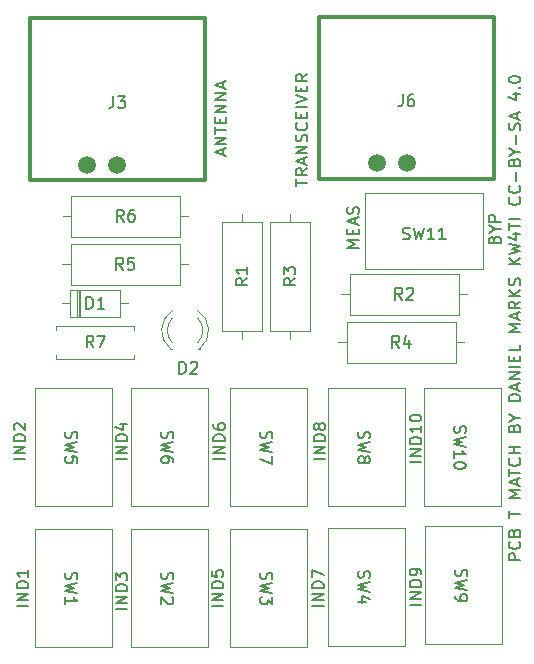
<source format=gbr>
%TF.GenerationSoftware,KiCad,Pcbnew,(6.0.11)*%
%TF.CreationDate,2023-05-02T21:30:37-05:00*%
%TF.ProjectId,TMatchPCB,544d6174-6368-4504-9342-2e6b69636164,rev?*%
%TF.SameCoordinates,Original*%
%TF.FileFunction,Legend,Top*%
%TF.FilePolarity,Positive*%
%FSLAX46Y46*%
G04 Gerber Fmt 4.6, Leading zero omitted, Abs format (unit mm)*
G04 Created by KiCad (PCBNEW (6.0.11)) date 2023-05-02 21:30:37*
%MOMM*%
%LPD*%
G01*
G04 APERTURE LIST*
%ADD10C,0.150000*%
%ADD11C,0.200000*%
%ADD12C,0.120000*%
%ADD13C,0.300000*%
%ADD14C,1.500000*%
G04 APERTURE END LIST*
D10*
X66460666Y-27071428D02*
X66460666Y-26595238D01*
X66746380Y-27166666D02*
X65746380Y-26833333D01*
X66746380Y-26500000D01*
X66746380Y-26166666D02*
X65746380Y-26166666D01*
X66746380Y-25595238D01*
X65746380Y-25595238D01*
X65746380Y-25261904D02*
X65746380Y-24690476D01*
X66746380Y-24976190D02*
X65746380Y-24976190D01*
X66222571Y-24357142D02*
X66222571Y-24023809D01*
X66746380Y-23880952D02*
X66746380Y-24357142D01*
X65746380Y-24357142D01*
X65746380Y-23880952D01*
X66746380Y-23452380D02*
X65746380Y-23452380D01*
X66746380Y-22880952D01*
X65746380Y-22880952D01*
X66746380Y-22404761D02*
X65746380Y-22404761D01*
X66746380Y-21833333D01*
X65746380Y-21833333D01*
X66460666Y-21404761D02*
X66460666Y-20928571D01*
X66746380Y-21500000D02*
X65746380Y-21166666D01*
X66746380Y-20833333D01*
X89428571Y-34217142D02*
X89476190Y-34074285D01*
X89523809Y-34026666D01*
X89619047Y-33979047D01*
X89761904Y-33979047D01*
X89857142Y-34026666D01*
X89904761Y-34074285D01*
X89952380Y-34169523D01*
X89952380Y-34550476D01*
X88952380Y-34550476D01*
X88952380Y-34217142D01*
X89000000Y-34121904D01*
X89047619Y-34074285D01*
X89142857Y-34026666D01*
X89238095Y-34026666D01*
X89333333Y-34074285D01*
X89380952Y-34121904D01*
X89428571Y-34217142D01*
X89428571Y-34550476D01*
X89476190Y-33360000D02*
X89952380Y-33360000D01*
X88952380Y-33693333D02*
X89476190Y-33360000D01*
X88952380Y-33026666D01*
X89952380Y-32693333D02*
X88952380Y-32693333D01*
X88952380Y-32312380D01*
X89000000Y-32217142D01*
X89047619Y-32169523D01*
X89142857Y-32121904D01*
X89285714Y-32121904D01*
X89380952Y-32169523D01*
X89428571Y-32217142D01*
X89476190Y-32312380D01*
X89476190Y-32693333D01*
X91638380Y-61370190D02*
X90638380Y-61370190D01*
X90638380Y-60989238D01*
X90686000Y-60893999D01*
X90733619Y-60846380D01*
X90828857Y-60798761D01*
X90971714Y-60798761D01*
X91066952Y-60846380D01*
X91114571Y-60893999D01*
X91162190Y-60989238D01*
X91162190Y-61370190D01*
X91543142Y-59798761D02*
X91590761Y-59846380D01*
X91638380Y-59989238D01*
X91638380Y-60084476D01*
X91590761Y-60227333D01*
X91495523Y-60322571D01*
X91400285Y-60370190D01*
X91209809Y-60417809D01*
X91066952Y-60417809D01*
X90876476Y-60370190D01*
X90781238Y-60322571D01*
X90686000Y-60227333D01*
X90638380Y-60084476D01*
X90638380Y-59989238D01*
X90686000Y-59846380D01*
X90733619Y-59798761D01*
X91114571Y-59036857D02*
X91162190Y-58893999D01*
X91209809Y-58846380D01*
X91305047Y-58798761D01*
X91447904Y-58798761D01*
X91543142Y-58846380D01*
X91590761Y-58893999D01*
X91638380Y-58989238D01*
X91638380Y-59370190D01*
X90638380Y-59370190D01*
X90638380Y-59036857D01*
X90686000Y-58941619D01*
X90733619Y-58893999D01*
X90828857Y-58846380D01*
X90924095Y-58846380D01*
X91019333Y-58893999D01*
X91066952Y-58941619D01*
X91114571Y-59036857D01*
X91114571Y-59370190D01*
X90638380Y-57751142D02*
X90638380Y-57179714D01*
X91638380Y-57465428D02*
X90638380Y-57465428D01*
X91638380Y-56084476D02*
X90638380Y-56084476D01*
X91352666Y-55751142D01*
X90638380Y-55417809D01*
X91638380Y-55417809D01*
X91352666Y-54989238D02*
X91352666Y-54513047D01*
X91638380Y-55084476D02*
X90638380Y-54751142D01*
X91638380Y-54417809D01*
X90638380Y-54227333D02*
X90638380Y-53655904D01*
X91638380Y-53941619D02*
X90638380Y-53941619D01*
X91543142Y-52751142D02*
X91590761Y-52798761D01*
X91638380Y-52941619D01*
X91638380Y-53036857D01*
X91590761Y-53179714D01*
X91495523Y-53274952D01*
X91400285Y-53322571D01*
X91209809Y-53370190D01*
X91066952Y-53370190D01*
X90876476Y-53322571D01*
X90781238Y-53274952D01*
X90686000Y-53179714D01*
X90638380Y-53036857D01*
X90638380Y-52941619D01*
X90686000Y-52798761D01*
X90733619Y-52751142D01*
X91638380Y-52322571D02*
X90638380Y-52322571D01*
X91114571Y-52322571D02*
X91114571Y-51751142D01*
X91638380Y-51751142D02*
X90638380Y-51751142D01*
X91114571Y-50179714D02*
X91162190Y-50036857D01*
X91209809Y-49989238D01*
X91305047Y-49941619D01*
X91447904Y-49941619D01*
X91543142Y-49989238D01*
X91590761Y-50036857D01*
X91638380Y-50132095D01*
X91638380Y-50513047D01*
X90638380Y-50513047D01*
X90638380Y-50179714D01*
X90686000Y-50084476D01*
X90733619Y-50036857D01*
X90828857Y-49989238D01*
X90924095Y-49989238D01*
X91019333Y-50036857D01*
X91066952Y-50084476D01*
X91114571Y-50179714D01*
X91114571Y-50513047D01*
X91162190Y-49322571D02*
X91638380Y-49322571D01*
X90638380Y-49655904D02*
X91162190Y-49322571D01*
X90638380Y-48989238D01*
X91638380Y-47893999D02*
X90638380Y-47893999D01*
X90638380Y-47655904D01*
X90686000Y-47513047D01*
X90781238Y-47417809D01*
X90876476Y-47370190D01*
X91066952Y-47322571D01*
X91209809Y-47322571D01*
X91400285Y-47370190D01*
X91495523Y-47417809D01*
X91590761Y-47513047D01*
X91638380Y-47655904D01*
X91638380Y-47893999D01*
X91352666Y-46941619D02*
X91352666Y-46465428D01*
X91638380Y-47036857D02*
X90638380Y-46703523D01*
X91638380Y-46370190D01*
X91638380Y-46036857D02*
X90638380Y-46036857D01*
X91638380Y-45465428D01*
X90638380Y-45465428D01*
X91638380Y-44989238D02*
X90638380Y-44989238D01*
X91114571Y-44513047D02*
X91114571Y-44179714D01*
X91638380Y-44036857D02*
X91638380Y-44513047D01*
X90638380Y-44513047D01*
X90638380Y-44036857D01*
X91638380Y-43132095D02*
X91638380Y-43608285D01*
X90638380Y-43608285D01*
X91638380Y-42036857D02*
X90638380Y-42036857D01*
X91352666Y-41703523D01*
X90638380Y-41370190D01*
X91638380Y-41370190D01*
X91352666Y-40941619D02*
X91352666Y-40465428D01*
X91638380Y-41036857D02*
X90638380Y-40703523D01*
X91638380Y-40370190D01*
X91638380Y-39465428D02*
X91162190Y-39798761D01*
X91638380Y-40036857D02*
X90638380Y-40036857D01*
X90638380Y-39655904D01*
X90686000Y-39560666D01*
X90733619Y-39513047D01*
X90828857Y-39465428D01*
X90971714Y-39465428D01*
X91066952Y-39513047D01*
X91114571Y-39560666D01*
X91162190Y-39655904D01*
X91162190Y-40036857D01*
X91638380Y-39036857D02*
X90638380Y-39036857D01*
X91638380Y-38465428D02*
X91066952Y-38894000D01*
X90638380Y-38465428D02*
X91209809Y-39036857D01*
X91590761Y-38084476D02*
X91638380Y-37941619D01*
X91638380Y-37703523D01*
X91590761Y-37608285D01*
X91543142Y-37560666D01*
X91447904Y-37513047D01*
X91352666Y-37513047D01*
X91257428Y-37560666D01*
X91209809Y-37608285D01*
X91162190Y-37703523D01*
X91114571Y-37894000D01*
X91066952Y-37989238D01*
X91019333Y-38036857D01*
X90924095Y-38084476D01*
X90828857Y-38084476D01*
X90733619Y-38036857D01*
X90686000Y-37989238D01*
X90638380Y-37894000D01*
X90638380Y-37655904D01*
X90686000Y-37513047D01*
X91638380Y-36322571D02*
X90638380Y-36322571D01*
X91638380Y-35751142D02*
X91066952Y-36179714D01*
X90638380Y-35751142D02*
X91209809Y-36322571D01*
X90638380Y-35417809D02*
X91638380Y-35179714D01*
X90924095Y-34989238D01*
X91638380Y-34798761D01*
X90638380Y-34560666D01*
X90971714Y-33751142D02*
X91638380Y-33751142D01*
X90590761Y-33989238D02*
X91305047Y-34227333D01*
X91305047Y-33608285D01*
X90638380Y-33370190D02*
X90638380Y-32798761D01*
X91638380Y-33084476D02*
X90638380Y-33084476D01*
X91638380Y-32465428D02*
X90638380Y-32465428D01*
X91543142Y-30655904D02*
X91590761Y-30703523D01*
X91638380Y-30846380D01*
X91638380Y-30941619D01*
X91590761Y-31084476D01*
X91495523Y-31179714D01*
X91400285Y-31227333D01*
X91209809Y-31274952D01*
X91066952Y-31274952D01*
X90876476Y-31227333D01*
X90781238Y-31179714D01*
X90686000Y-31084476D01*
X90638380Y-30941619D01*
X90638380Y-30846380D01*
X90686000Y-30703523D01*
X90733619Y-30655904D01*
X91543142Y-29655904D02*
X91590761Y-29703523D01*
X91638380Y-29846380D01*
X91638380Y-29941619D01*
X91590761Y-30084476D01*
X91495523Y-30179714D01*
X91400285Y-30227333D01*
X91209809Y-30274952D01*
X91066952Y-30274952D01*
X90876476Y-30227333D01*
X90781238Y-30179714D01*
X90686000Y-30084476D01*
X90638380Y-29941619D01*
X90638380Y-29846380D01*
X90686000Y-29703523D01*
X90733619Y-29655904D01*
X91257428Y-29227333D02*
X91257428Y-28465428D01*
X91114571Y-27655904D02*
X91162190Y-27513047D01*
X91209809Y-27465428D01*
X91305047Y-27417809D01*
X91447904Y-27417809D01*
X91543142Y-27465428D01*
X91590761Y-27513047D01*
X91638380Y-27608285D01*
X91638380Y-27989238D01*
X90638380Y-27989238D01*
X90638380Y-27655904D01*
X90686000Y-27560666D01*
X90733619Y-27513047D01*
X90828857Y-27465428D01*
X90924095Y-27465428D01*
X91019333Y-27513047D01*
X91066952Y-27560666D01*
X91114571Y-27655904D01*
X91114571Y-27989238D01*
X91162190Y-26798761D02*
X91638380Y-26798761D01*
X90638380Y-27132095D02*
X91162190Y-26798761D01*
X90638380Y-26465428D01*
X91257428Y-26132095D02*
X91257428Y-25370190D01*
X91590761Y-24941619D02*
X91638380Y-24798761D01*
X91638380Y-24560666D01*
X91590761Y-24465428D01*
X91543142Y-24417809D01*
X91447904Y-24370190D01*
X91352666Y-24370190D01*
X91257428Y-24417809D01*
X91209809Y-24465428D01*
X91162190Y-24560666D01*
X91114571Y-24751142D01*
X91066952Y-24846380D01*
X91019333Y-24894000D01*
X90924095Y-24941619D01*
X90828857Y-24941619D01*
X90733619Y-24894000D01*
X90686000Y-24846380D01*
X90638380Y-24751142D01*
X90638380Y-24513047D01*
X90686000Y-24370190D01*
X91352666Y-23989238D02*
X91352666Y-23513047D01*
X91638380Y-24084476D02*
X90638380Y-23751142D01*
X91638380Y-23417809D01*
X90971714Y-21894000D02*
X91638380Y-21894000D01*
X90590761Y-22132095D02*
X91305047Y-22370190D01*
X91305047Y-21751142D01*
X91543142Y-21370190D02*
X91590761Y-21322571D01*
X91638380Y-21370190D01*
X91590761Y-21417809D01*
X91543142Y-21370190D01*
X91638380Y-21370190D01*
X90638380Y-20703523D02*
X90638380Y-20608285D01*
X90686000Y-20513047D01*
X90733619Y-20465428D01*
X90828857Y-20417809D01*
X91019333Y-20370190D01*
X91257428Y-20370190D01*
X91447904Y-20417809D01*
X91543142Y-20465428D01*
X91590761Y-20513047D01*
X91638380Y-20608285D01*
X91638380Y-20703523D01*
X91590761Y-20798761D01*
X91543142Y-20846380D01*
X91447904Y-20893999D01*
X91257428Y-20941619D01*
X91019333Y-20941619D01*
X90828857Y-20893999D01*
X90733619Y-20846380D01*
X90686000Y-20798761D01*
X90638380Y-20703523D01*
X49728380Y-52808000D02*
X48728380Y-52808000D01*
X49728380Y-52331809D02*
X48728380Y-52331809D01*
X49728380Y-51760380D01*
X48728380Y-51760380D01*
X49728380Y-51284190D02*
X48728380Y-51284190D01*
X48728380Y-51046095D01*
X48776000Y-50903238D01*
X48871238Y-50808000D01*
X48966476Y-50760380D01*
X49156952Y-50712761D01*
X49299809Y-50712761D01*
X49490285Y-50760380D01*
X49585523Y-50808000D01*
X49680761Y-50903238D01*
X49728380Y-51046095D01*
X49728380Y-51284190D01*
X48823619Y-50331809D02*
X48776000Y-50284190D01*
X48728380Y-50188952D01*
X48728380Y-49950857D01*
X48776000Y-49855619D01*
X48823619Y-49808000D01*
X48918857Y-49760380D01*
X49014095Y-49760380D01*
X49156952Y-49808000D01*
X49728380Y-50379428D01*
X49728380Y-49760380D01*
X66492380Y-65254000D02*
X65492380Y-65254000D01*
X66492380Y-64777809D02*
X65492380Y-64777809D01*
X66492380Y-64206380D01*
X65492380Y-64206380D01*
X66492380Y-63730190D02*
X65492380Y-63730190D01*
X65492380Y-63492095D01*
X65540000Y-63349238D01*
X65635238Y-63254000D01*
X65730476Y-63206380D01*
X65920952Y-63158761D01*
X66063809Y-63158761D01*
X66254285Y-63206380D01*
X66349523Y-63254000D01*
X66444761Y-63349238D01*
X66492380Y-63492095D01*
X66492380Y-63730190D01*
X65492380Y-62254000D02*
X65492380Y-62730190D01*
X65968571Y-62777809D01*
X65920952Y-62730190D01*
X65873333Y-62634952D01*
X65873333Y-62396857D01*
X65920952Y-62301619D01*
X65968571Y-62254000D01*
X66063809Y-62206380D01*
X66301904Y-62206380D01*
X66397142Y-62254000D01*
X66444761Y-62301619D01*
X66492380Y-62396857D01*
X66492380Y-62634952D01*
X66444761Y-62730190D01*
X66397142Y-62777809D01*
X83256380Y-65127000D02*
X82256380Y-65127000D01*
X83256380Y-64650809D02*
X82256380Y-64650809D01*
X83256380Y-64079380D01*
X82256380Y-64079380D01*
X83256380Y-63603190D02*
X82256380Y-63603190D01*
X82256380Y-63365095D01*
X82304000Y-63222238D01*
X82399238Y-63127000D01*
X82494476Y-63079380D01*
X82684952Y-63031761D01*
X82827809Y-63031761D01*
X83018285Y-63079380D01*
X83113523Y-63127000D01*
X83208761Y-63222238D01*
X83256380Y-63365095D01*
X83256380Y-63603190D01*
X83256380Y-62555571D02*
X83256380Y-62365095D01*
X83208761Y-62269857D01*
X83161142Y-62222238D01*
X83018285Y-62127000D01*
X82827809Y-62079380D01*
X82446857Y-62079380D01*
X82351619Y-62127000D01*
X82304000Y-62174619D01*
X82256380Y-62269857D01*
X82256380Y-62460333D01*
X82304000Y-62555571D01*
X82351619Y-62603190D01*
X82446857Y-62650809D01*
X82684952Y-62650809D01*
X82780190Y-62603190D01*
X82827809Y-62555571D01*
X82875428Y-62460333D01*
X82875428Y-62269857D01*
X82827809Y-62174619D01*
X82780190Y-62127000D01*
X82684952Y-62079380D01*
X58364380Y-65508000D02*
X57364380Y-65508000D01*
X58364380Y-65031809D02*
X57364380Y-65031809D01*
X58364380Y-64460380D01*
X57364380Y-64460380D01*
X58364380Y-63984190D02*
X57364380Y-63984190D01*
X57364380Y-63746095D01*
X57412000Y-63603238D01*
X57507238Y-63508000D01*
X57602476Y-63460380D01*
X57792952Y-63412761D01*
X57935809Y-63412761D01*
X58126285Y-63460380D01*
X58221523Y-63508000D01*
X58316761Y-63603238D01*
X58364380Y-63746095D01*
X58364380Y-63984190D01*
X57364380Y-63079428D02*
X57364380Y-62460380D01*
X57745333Y-62793714D01*
X57745333Y-62650857D01*
X57792952Y-62555619D01*
X57840571Y-62508000D01*
X57935809Y-62460380D01*
X58173904Y-62460380D01*
X58269142Y-62508000D01*
X58316761Y-62555619D01*
X58364380Y-62650857D01*
X58364380Y-62936571D01*
X58316761Y-63031809D01*
X58269142Y-63079428D01*
X58364380Y-52808000D02*
X57364380Y-52808000D01*
X58364380Y-52331809D02*
X57364380Y-52331809D01*
X58364380Y-51760380D01*
X57364380Y-51760380D01*
X58364380Y-51284190D02*
X57364380Y-51284190D01*
X57364380Y-51046095D01*
X57412000Y-50903238D01*
X57507238Y-50808000D01*
X57602476Y-50760380D01*
X57792952Y-50712761D01*
X57935809Y-50712761D01*
X58126285Y-50760380D01*
X58221523Y-50808000D01*
X58316761Y-50903238D01*
X58364380Y-51046095D01*
X58364380Y-51284190D01*
X57697714Y-49855619D02*
X58364380Y-49855619D01*
X57316761Y-50093714D02*
X58031047Y-50331809D01*
X58031047Y-49712761D01*
X75128380Y-52808000D02*
X74128380Y-52808000D01*
X75128380Y-52331809D02*
X74128380Y-52331809D01*
X75128380Y-51760380D01*
X74128380Y-51760380D01*
X75128380Y-51284190D02*
X74128380Y-51284190D01*
X74128380Y-51046095D01*
X74176000Y-50903238D01*
X74271238Y-50808000D01*
X74366476Y-50760380D01*
X74556952Y-50712761D01*
X74699809Y-50712761D01*
X74890285Y-50760380D01*
X74985523Y-50808000D01*
X75080761Y-50903238D01*
X75128380Y-51046095D01*
X75128380Y-51284190D01*
X74556952Y-50141333D02*
X74509333Y-50236571D01*
X74461714Y-50284190D01*
X74366476Y-50331809D01*
X74318857Y-50331809D01*
X74223619Y-50284190D01*
X74176000Y-50236571D01*
X74128380Y-50141333D01*
X74128380Y-49950857D01*
X74176000Y-49855619D01*
X74223619Y-49808000D01*
X74318857Y-49760380D01*
X74366476Y-49760380D01*
X74461714Y-49808000D01*
X74509333Y-49855619D01*
X74556952Y-49950857D01*
X74556952Y-50141333D01*
X74604571Y-50236571D01*
X74652190Y-50284190D01*
X74747428Y-50331809D01*
X74937904Y-50331809D01*
X75033142Y-50284190D01*
X75080761Y-50236571D01*
X75128380Y-50141333D01*
X75128380Y-49950857D01*
X75080761Y-49855619D01*
X75033142Y-49808000D01*
X74937904Y-49760380D01*
X74747428Y-49760380D01*
X74652190Y-49808000D01*
X74604571Y-49855619D01*
X74556952Y-49950857D01*
X66619380Y-52808000D02*
X65619380Y-52808000D01*
X66619380Y-52331809D02*
X65619380Y-52331809D01*
X66619380Y-51760380D01*
X65619380Y-51760380D01*
X66619380Y-51284190D02*
X65619380Y-51284190D01*
X65619380Y-51046095D01*
X65667000Y-50903238D01*
X65762238Y-50808000D01*
X65857476Y-50760380D01*
X66047952Y-50712761D01*
X66190809Y-50712761D01*
X66381285Y-50760380D01*
X66476523Y-50808000D01*
X66571761Y-50903238D01*
X66619380Y-51046095D01*
X66619380Y-51284190D01*
X65619380Y-49855619D02*
X65619380Y-50046095D01*
X65667000Y-50141333D01*
X65714619Y-50188952D01*
X65857476Y-50284190D01*
X66047952Y-50331809D01*
X66428904Y-50331809D01*
X66524142Y-50284190D01*
X66571761Y-50236571D01*
X66619380Y-50141333D01*
X66619380Y-49950857D01*
X66571761Y-49855619D01*
X66524142Y-49808000D01*
X66428904Y-49760380D01*
X66190809Y-49760380D01*
X66095571Y-49808000D01*
X66047952Y-49855619D01*
X66000333Y-49950857D01*
X66000333Y-50141333D01*
X66047952Y-50236571D01*
X66095571Y-50284190D01*
X66190809Y-50331809D01*
X49982380Y-65254000D02*
X48982380Y-65254000D01*
X49982380Y-64777809D02*
X48982380Y-64777809D01*
X49982380Y-64206380D01*
X48982380Y-64206380D01*
X49982380Y-63730190D02*
X48982380Y-63730190D01*
X48982380Y-63492095D01*
X49030000Y-63349238D01*
X49125238Y-63254000D01*
X49220476Y-63206380D01*
X49410952Y-63158761D01*
X49553809Y-63158761D01*
X49744285Y-63206380D01*
X49839523Y-63254000D01*
X49934761Y-63349238D01*
X49982380Y-63492095D01*
X49982380Y-63730190D01*
X49982380Y-62206380D02*
X49982380Y-62777809D01*
X49982380Y-62492095D02*
X48982380Y-62492095D01*
X49125238Y-62587333D01*
X49220476Y-62682571D01*
X49268095Y-62777809D01*
X83256380Y-53030190D02*
X82256380Y-53030190D01*
X83256380Y-52554000D02*
X82256380Y-52554000D01*
X83256380Y-51982571D01*
X82256380Y-51982571D01*
X83256380Y-51506380D02*
X82256380Y-51506380D01*
X82256380Y-51268285D01*
X82304000Y-51125428D01*
X82399238Y-51030190D01*
X82494476Y-50982571D01*
X82684952Y-50934952D01*
X82827809Y-50934952D01*
X83018285Y-50982571D01*
X83113523Y-51030190D01*
X83208761Y-51125428D01*
X83256380Y-51268285D01*
X83256380Y-51506380D01*
X83256380Y-49982571D02*
X83256380Y-50554000D01*
X83256380Y-50268285D02*
X82256380Y-50268285D01*
X82399238Y-50363523D01*
X82494476Y-50458761D01*
X82542095Y-50554000D01*
X82256380Y-49363523D02*
X82256380Y-49268285D01*
X82304000Y-49173047D01*
X82351619Y-49125428D01*
X82446857Y-49077809D01*
X82637333Y-49030190D01*
X82875428Y-49030190D01*
X83065904Y-49077809D01*
X83161142Y-49125428D01*
X83208761Y-49173047D01*
X83256380Y-49268285D01*
X83256380Y-49363523D01*
X83208761Y-49458761D01*
X83161142Y-49506380D01*
X83065904Y-49554000D01*
X82875428Y-49601619D01*
X82637333Y-49601619D01*
X82446857Y-49554000D01*
X82351619Y-49506380D01*
X82304000Y-49458761D01*
X82256380Y-49363523D01*
X75001380Y-65254000D02*
X74001380Y-65254000D01*
X75001380Y-64777809D02*
X74001380Y-64777809D01*
X75001380Y-64206380D01*
X74001380Y-64206380D01*
X75001380Y-63730190D02*
X74001380Y-63730190D01*
X74001380Y-63492095D01*
X74049000Y-63349238D01*
X74144238Y-63254000D01*
X74239476Y-63206380D01*
X74429952Y-63158761D01*
X74572809Y-63158761D01*
X74763285Y-63206380D01*
X74858523Y-63254000D01*
X74953761Y-63349238D01*
X75001380Y-63492095D01*
X75001380Y-63730190D01*
X74001380Y-62825428D02*
X74001380Y-62158761D01*
X75001380Y-62587333D01*
X77952380Y-34910476D02*
X76952380Y-34910476D01*
X77666666Y-34577142D01*
X76952380Y-34243809D01*
X77952380Y-34243809D01*
X77428571Y-33767619D02*
X77428571Y-33434285D01*
X77952380Y-33291428D02*
X77952380Y-33767619D01*
X76952380Y-33767619D01*
X76952380Y-33291428D01*
X77666666Y-32910476D02*
X77666666Y-32434285D01*
X77952380Y-33005714D02*
X76952380Y-32672380D01*
X77952380Y-32339047D01*
X77904761Y-32053333D02*
X77952380Y-31910476D01*
X77952380Y-31672380D01*
X77904761Y-31577142D01*
X77857142Y-31529523D01*
X77761904Y-31481904D01*
X77666666Y-31481904D01*
X77571428Y-31529523D01*
X77523809Y-31577142D01*
X77476190Y-31672380D01*
X77428571Y-31862857D01*
X77380952Y-31958095D01*
X77333333Y-32005714D01*
X77238095Y-32053333D01*
X77142857Y-32053333D01*
X77047619Y-32005714D01*
X77000000Y-31958095D01*
X76952380Y-31862857D01*
X76952380Y-31624761D01*
X77000000Y-31481904D01*
X72604380Y-29677714D02*
X72604380Y-29106285D01*
X73604380Y-29392000D02*
X72604380Y-29392000D01*
X73604380Y-28201523D02*
X73128190Y-28534857D01*
X73604380Y-28772952D02*
X72604380Y-28772952D01*
X72604380Y-28392000D01*
X72652000Y-28296761D01*
X72699619Y-28249142D01*
X72794857Y-28201523D01*
X72937714Y-28201523D01*
X73032952Y-28249142D01*
X73080571Y-28296761D01*
X73128190Y-28392000D01*
X73128190Y-28772952D01*
X73318666Y-27820571D02*
X73318666Y-27344380D01*
X73604380Y-27915809D02*
X72604380Y-27582476D01*
X73604380Y-27249142D01*
X73604380Y-26915809D02*
X72604380Y-26915809D01*
X73604380Y-26344380D01*
X72604380Y-26344380D01*
X73556761Y-25915809D02*
X73604380Y-25772952D01*
X73604380Y-25534857D01*
X73556761Y-25439619D01*
X73509142Y-25392000D01*
X73413904Y-25344380D01*
X73318666Y-25344380D01*
X73223428Y-25392000D01*
X73175809Y-25439619D01*
X73128190Y-25534857D01*
X73080571Y-25725333D01*
X73032952Y-25820571D01*
X72985333Y-25868190D01*
X72890095Y-25915809D01*
X72794857Y-25915809D01*
X72699619Y-25868190D01*
X72652000Y-25820571D01*
X72604380Y-25725333D01*
X72604380Y-25487238D01*
X72652000Y-25344380D01*
X73509142Y-24344380D02*
X73556761Y-24392000D01*
X73604380Y-24534857D01*
X73604380Y-24630095D01*
X73556761Y-24772952D01*
X73461523Y-24868190D01*
X73366285Y-24915809D01*
X73175809Y-24963428D01*
X73032952Y-24963428D01*
X72842476Y-24915809D01*
X72747238Y-24868190D01*
X72652000Y-24772952D01*
X72604380Y-24630095D01*
X72604380Y-24534857D01*
X72652000Y-24392000D01*
X72699619Y-24344380D01*
X73080571Y-23915809D02*
X73080571Y-23582476D01*
X73604380Y-23439619D02*
X73604380Y-23915809D01*
X72604380Y-23915809D01*
X72604380Y-23439619D01*
X73604380Y-23011047D02*
X72604380Y-23011047D01*
X72604380Y-22677714D02*
X73604380Y-22344380D01*
X72604380Y-22011047D01*
X73080571Y-21677714D02*
X73080571Y-21344380D01*
X73604380Y-21201523D02*
X73604380Y-21677714D01*
X72604380Y-21677714D01*
X72604380Y-21201523D01*
X73604380Y-20201523D02*
X73128190Y-20534857D01*
X73604380Y-20772952D02*
X72604380Y-20772952D01*
X72604380Y-20392000D01*
X72652000Y-20296761D01*
X72699619Y-20249142D01*
X72794857Y-20201523D01*
X72937714Y-20201523D01*
X73032952Y-20249142D01*
X73080571Y-20296761D01*
X73128190Y-20392000D01*
X73128190Y-20772952D01*
%TO.C,R2*%
X81621333Y-39314380D02*
X81288000Y-38838190D01*
X81049904Y-39314380D02*
X81049904Y-38314380D01*
X81430857Y-38314380D01*
X81526095Y-38362000D01*
X81573714Y-38409619D01*
X81621333Y-38504857D01*
X81621333Y-38647714D01*
X81573714Y-38742952D01*
X81526095Y-38790571D01*
X81430857Y-38838190D01*
X81049904Y-38838190D01*
X82002285Y-38409619D02*
X82049904Y-38362000D01*
X82145142Y-38314380D01*
X82383238Y-38314380D01*
X82478476Y-38362000D01*
X82526095Y-38409619D01*
X82573714Y-38504857D01*
X82573714Y-38600095D01*
X82526095Y-38742952D01*
X81954666Y-39314380D01*
X82573714Y-39314380D01*
%TO.C,R1*%
X68524380Y-37504666D02*
X68048190Y-37838000D01*
X68524380Y-38076095D02*
X67524380Y-38076095D01*
X67524380Y-37695142D01*
X67572000Y-37599904D01*
X67619619Y-37552285D01*
X67714857Y-37504666D01*
X67857714Y-37504666D01*
X67952952Y-37552285D01*
X68000571Y-37599904D01*
X68048190Y-37695142D01*
X68048190Y-38076095D01*
X68524380Y-36552285D02*
X68524380Y-37123714D01*
X68524380Y-36838000D02*
X67524380Y-36838000D01*
X67667238Y-36933238D01*
X67762476Y-37028476D01*
X67810095Y-37123714D01*
%TO.C,R6*%
X58043333Y-32692380D02*
X57710000Y-32216190D01*
X57471904Y-32692380D02*
X57471904Y-31692380D01*
X57852857Y-31692380D01*
X57948095Y-31740000D01*
X57995714Y-31787619D01*
X58043333Y-31882857D01*
X58043333Y-32025714D01*
X57995714Y-32120952D01*
X57948095Y-32168571D01*
X57852857Y-32216190D01*
X57471904Y-32216190D01*
X58900476Y-31692380D02*
X58710000Y-31692380D01*
X58614761Y-31740000D01*
X58567142Y-31787619D01*
X58471904Y-31930476D01*
X58424285Y-32120952D01*
X58424285Y-32501904D01*
X58471904Y-32597142D01*
X58519523Y-32644761D01*
X58614761Y-32692380D01*
X58805238Y-32692380D01*
X58900476Y-32644761D01*
X58948095Y-32597142D01*
X58995714Y-32501904D01*
X58995714Y-32263809D01*
X58948095Y-32168571D01*
X58900476Y-32120952D01*
X58805238Y-32073333D01*
X58614761Y-32073333D01*
X58519523Y-32120952D01*
X58471904Y-32168571D01*
X58424285Y-32263809D01*
%TO.C,SW3*%
X69675238Y-62420666D02*
X69627619Y-62563523D01*
X69627619Y-62801619D01*
X69675238Y-62896857D01*
X69722857Y-62944476D01*
X69818095Y-62992095D01*
X69913333Y-62992095D01*
X70008571Y-62944476D01*
X70056190Y-62896857D01*
X70103809Y-62801619D01*
X70151428Y-62611142D01*
X70199047Y-62515904D01*
X70246666Y-62468285D01*
X70341904Y-62420666D01*
X70437142Y-62420666D01*
X70532380Y-62468285D01*
X70580000Y-62515904D01*
X70627619Y-62611142D01*
X70627619Y-62849238D01*
X70580000Y-62992095D01*
X70627619Y-63325428D02*
X69627619Y-63563523D01*
X70341904Y-63754000D01*
X69627619Y-63944476D01*
X70627619Y-64182571D01*
X70627619Y-64468285D02*
X70627619Y-65087333D01*
X70246666Y-64754000D01*
X70246666Y-64896857D01*
X70199047Y-64992095D01*
X70151428Y-65039714D01*
X70056190Y-65087333D01*
X69818095Y-65087333D01*
X69722857Y-65039714D01*
X69675238Y-64992095D01*
X69627619Y-64896857D01*
X69627619Y-64611142D01*
X69675238Y-64515904D01*
X69722857Y-64468285D01*
D11*
%TO.C,J3*%
X57166666Y-22064380D02*
X57166666Y-22778666D01*
X57119047Y-22921523D01*
X57023809Y-23016761D01*
X56880952Y-23064380D01*
X56785714Y-23064380D01*
X57547619Y-22064380D02*
X58166666Y-22064380D01*
X57833333Y-22445333D01*
X57976190Y-22445333D01*
X58071428Y-22492952D01*
X58119047Y-22540571D01*
X58166666Y-22635809D01*
X58166666Y-22873904D01*
X58119047Y-22969142D01*
X58071428Y-23016761D01*
X57976190Y-23064380D01*
X57690476Y-23064380D01*
X57595238Y-23016761D01*
X57547619Y-22969142D01*
D10*
%TO.C,SW11*%
X81690476Y-34154761D02*
X81833333Y-34202380D01*
X82071428Y-34202380D01*
X82166666Y-34154761D01*
X82214285Y-34107142D01*
X82261904Y-34011904D01*
X82261904Y-33916666D01*
X82214285Y-33821428D01*
X82166666Y-33773809D01*
X82071428Y-33726190D01*
X81880952Y-33678571D01*
X81785714Y-33630952D01*
X81738095Y-33583333D01*
X81690476Y-33488095D01*
X81690476Y-33392857D01*
X81738095Y-33297619D01*
X81785714Y-33250000D01*
X81880952Y-33202380D01*
X82119047Y-33202380D01*
X82261904Y-33250000D01*
X82595238Y-33202380D02*
X82833333Y-34202380D01*
X83023809Y-33488095D01*
X83214285Y-34202380D01*
X83452380Y-33202380D01*
X84357142Y-34202380D02*
X83785714Y-34202380D01*
X84071428Y-34202380D02*
X84071428Y-33202380D01*
X83976190Y-33345238D01*
X83880952Y-33440476D01*
X83785714Y-33488095D01*
X85309523Y-34202380D02*
X84738095Y-34202380D01*
X85023809Y-34202380D02*
X85023809Y-33202380D01*
X84928571Y-33345238D01*
X84833333Y-33440476D01*
X84738095Y-33488095D01*
%TO.C,SW10*%
X86058238Y-50006476D02*
X86010619Y-50149333D01*
X86010619Y-50387428D01*
X86058238Y-50482666D01*
X86105857Y-50530285D01*
X86201095Y-50577904D01*
X86296333Y-50577904D01*
X86391571Y-50530285D01*
X86439190Y-50482666D01*
X86486809Y-50387428D01*
X86534428Y-50196952D01*
X86582047Y-50101714D01*
X86629666Y-50054095D01*
X86724904Y-50006476D01*
X86820142Y-50006476D01*
X86915380Y-50054095D01*
X86963000Y-50101714D01*
X87010619Y-50196952D01*
X87010619Y-50435047D01*
X86963000Y-50577904D01*
X87010619Y-50911238D02*
X86010619Y-51149333D01*
X86724904Y-51339809D01*
X86010619Y-51530285D01*
X87010619Y-51768380D01*
X86010619Y-52673142D02*
X86010619Y-52101714D01*
X86010619Y-52387428D02*
X87010619Y-52387428D01*
X86867761Y-52292190D01*
X86772523Y-52196952D01*
X86724904Y-52101714D01*
X87010619Y-53292190D02*
X87010619Y-53387428D01*
X86963000Y-53482666D01*
X86915380Y-53530285D01*
X86820142Y-53577904D01*
X86629666Y-53625523D01*
X86391571Y-53625523D01*
X86201095Y-53577904D01*
X86105857Y-53530285D01*
X86058238Y-53482666D01*
X86010619Y-53387428D01*
X86010619Y-53292190D01*
X86058238Y-53196952D01*
X86105857Y-53149333D01*
X86201095Y-53101714D01*
X86391571Y-53054095D01*
X86629666Y-53054095D01*
X86820142Y-53101714D01*
X86915380Y-53149333D01*
X86963000Y-53196952D01*
X87010619Y-53292190D01*
%TO.C,SW8*%
X77930238Y-50482666D02*
X77882619Y-50625523D01*
X77882619Y-50863619D01*
X77930238Y-50958857D01*
X77977857Y-51006476D01*
X78073095Y-51054095D01*
X78168333Y-51054095D01*
X78263571Y-51006476D01*
X78311190Y-50958857D01*
X78358809Y-50863619D01*
X78406428Y-50673142D01*
X78454047Y-50577904D01*
X78501666Y-50530285D01*
X78596904Y-50482666D01*
X78692142Y-50482666D01*
X78787380Y-50530285D01*
X78835000Y-50577904D01*
X78882619Y-50673142D01*
X78882619Y-50911238D01*
X78835000Y-51054095D01*
X78882619Y-51387428D02*
X77882619Y-51625523D01*
X78596904Y-51816000D01*
X77882619Y-52006476D01*
X78882619Y-52244571D01*
X78454047Y-52768380D02*
X78501666Y-52673142D01*
X78549285Y-52625523D01*
X78644523Y-52577904D01*
X78692142Y-52577904D01*
X78787380Y-52625523D01*
X78835000Y-52673142D01*
X78882619Y-52768380D01*
X78882619Y-52958857D01*
X78835000Y-53054095D01*
X78787380Y-53101714D01*
X78692142Y-53149333D01*
X78644523Y-53149333D01*
X78549285Y-53101714D01*
X78501666Y-53054095D01*
X78454047Y-52958857D01*
X78454047Y-52768380D01*
X78406428Y-52673142D01*
X78358809Y-52625523D01*
X78263571Y-52577904D01*
X78073095Y-52577904D01*
X77977857Y-52625523D01*
X77930238Y-52673142D01*
X77882619Y-52768380D01*
X77882619Y-52958857D01*
X77930238Y-53054095D01*
X77977857Y-53101714D01*
X78073095Y-53149333D01*
X78263571Y-53149333D01*
X78358809Y-53101714D01*
X78406428Y-53054095D01*
X78454047Y-52958857D01*
%TO.C,SW2*%
X61293238Y-62420666D02*
X61245619Y-62563523D01*
X61245619Y-62801619D01*
X61293238Y-62896857D01*
X61340857Y-62944476D01*
X61436095Y-62992095D01*
X61531333Y-62992095D01*
X61626571Y-62944476D01*
X61674190Y-62896857D01*
X61721809Y-62801619D01*
X61769428Y-62611142D01*
X61817047Y-62515904D01*
X61864666Y-62468285D01*
X61959904Y-62420666D01*
X62055142Y-62420666D01*
X62150380Y-62468285D01*
X62198000Y-62515904D01*
X62245619Y-62611142D01*
X62245619Y-62849238D01*
X62198000Y-62992095D01*
X62245619Y-63325428D02*
X61245619Y-63563523D01*
X61959904Y-63754000D01*
X61245619Y-63944476D01*
X62245619Y-64182571D01*
X62150380Y-64515904D02*
X62198000Y-64563523D01*
X62245619Y-64658761D01*
X62245619Y-64896857D01*
X62198000Y-64992095D01*
X62150380Y-65039714D01*
X62055142Y-65087333D01*
X61959904Y-65087333D01*
X61817047Y-65039714D01*
X61245619Y-64468285D01*
X61245619Y-65087333D01*
%TO.C,D2*%
X62767904Y-45577380D02*
X62767904Y-44577380D01*
X63006000Y-44577380D01*
X63148857Y-44625000D01*
X63244095Y-44720238D01*
X63291714Y-44815476D01*
X63339333Y-45005952D01*
X63339333Y-45148809D01*
X63291714Y-45339285D01*
X63244095Y-45434523D01*
X63148857Y-45529761D01*
X63006000Y-45577380D01*
X62767904Y-45577380D01*
X63720285Y-44672619D02*
X63767904Y-44625000D01*
X63863142Y-44577380D01*
X64101238Y-44577380D01*
X64196476Y-44625000D01*
X64244095Y-44672619D01*
X64291714Y-44767857D01*
X64291714Y-44863095D01*
X64244095Y-45005952D01*
X63672666Y-45577380D01*
X64291714Y-45577380D01*
%TO.C,SW7*%
X69675238Y-50482666D02*
X69627619Y-50625523D01*
X69627619Y-50863619D01*
X69675238Y-50958857D01*
X69722857Y-51006476D01*
X69818095Y-51054095D01*
X69913333Y-51054095D01*
X70008571Y-51006476D01*
X70056190Y-50958857D01*
X70103809Y-50863619D01*
X70151428Y-50673142D01*
X70199047Y-50577904D01*
X70246666Y-50530285D01*
X70341904Y-50482666D01*
X70437142Y-50482666D01*
X70532380Y-50530285D01*
X70580000Y-50577904D01*
X70627619Y-50673142D01*
X70627619Y-50911238D01*
X70580000Y-51054095D01*
X70627619Y-51387428D02*
X69627619Y-51625523D01*
X70341904Y-51816000D01*
X69627619Y-52006476D01*
X70627619Y-52244571D01*
X70627619Y-52530285D02*
X70627619Y-53196952D01*
X69627619Y-52768380D01*
%TO.C,SW5*%
X53165238Y-50482666D02*
X53117619Y-50625523D01*
X53117619Y-50863619D01*
X53165238Y-50958857D01*
X53212857Y-51006476D01*
X53308095Y-51054095D01*
X53403333Y-51054095D01*
X53498571Y-51006476D01*
X53546190Y-50958857D01*
X53593809Y-50863619D01*
X53641428Y-50673142D01*
X53689047Y-50577904D01*
X53736666Y-50530285D01*
X53831904Y-50482666D01*
X53927142Y-50482666D01*
X54022380Y-50530285D01*
X54070000Y-50577904D01*
X54117619Y-50673142D01*
X54117619Y-50911238D01*
X54070000Y-51054095D01*
X54117619Y-51387428D02*
X53117619Y-51625523D01*
X53831904Y-51816000D01*
X53117619Y-52006476D01*
X54117619Y-52244571D01*
X54117619Y-53101714D02*
X54117619Y-52625523D01*
X53641428Y-52577904D01*
X53689047Y-52625523D01*
X53736666Y-52720761D01*
X53736666Y-52958857D01*
X53689047Y-53054095D01*
X53641428Y-53101714D01*
X53546190Y-53149333D01*
X53308095Y-53149333D01*
X53212857Y-53101714D01*
X53165238Y-53054095D01*
X53117619Y-52958857D01*
X53117619Y-52720761D01*
X53165238Y-52625523D01*
X53212857Y-52577904D01*
%TO.C,R5*%
X57999333Y-36774380D02*
X57666000Y-36298190D01*
X57427904Y-36774380D02*
X57427904Y-35774380D01*
X57808857Y-35774380D01*
X57904095Y-35822000D01*
X57951714Y-35869619D01*
X57999333Y-35964857D01*
X57999333Y-36107714D01*
X57951714Y-36202952D01*
X57904095Y-36250571D01*
X57808857Y-36298190D01*
X57427904Y-36298190D01*
X58904095Y-35774380D02*
X58427904Y-35774380D01*
X58380285Y-36250571D01*
X58427904Y-36202952D01*
X58523142Y-36155333D01*
X58761238Y-36155333D01*
X58856476Y-36202952D01*
X58904095Y-36250571D01*
X58951714Y-36345809D01*
X58951714Y-36583904D01*
X58904095Y-36679142D01*
X58856476Y-36726761D01*
X58761238Y-36774380D01*
X58523142Y-36774380D01*
X58427904Y-36726761D01*
X58380285Y-36679142D01*
%TO.C,R4*%
X81367333Y-43378380D02*
X81034000Y-42902190D01*
X80795904Y-43378380D02*
X80795904Y-42378380D01*
X81176857Y-42378380D01*
X81272095Y-42426000D01*
X81319714Y-42473619D01*
X81367333Y-42568857D01*
X81367333Y-42711714D01*
X81319714Y-42806952D01*
X81272095Y-42854571D01*
X81176857Y-42902190D01*
X80795904Y-42902190D01*
X82224476Y-42711714D02*
X82224476Y-43378380D01*
X81986380Y-42330761D02*
X81748285Y-43045047D01*
X82367333Y-43045047D01*
D11*
%TO.C,J6*%
X81666666Y-21934380D02*
X81666666Y-22648666D01*
X81619047Y-22791523D01*
X81523809Y-22886761D01*
X81380952Y-22934380D01*
X81285714Y-22934380D01*
X82571428Y-21934380D02*
X82380952Y-21934380D01*
X82285714Y-21982000D01*
X82238095Y-22029619D01*
X82142857Y-22172476D01*
X82095238Y-22362952D01*
X82095238Y-22743904D01*
X82142857Y-22839142D01*
X82190476Y-22886761D01*
X82285714Y-22934380D01*
X82476190Y-22934380D01*
X82571428Y-22886761D01*
X82619047Y-22839142D01*
X82666666Y-22743904D01*
X82666666Y-22505809D01*
X82619047Y-22410571D01*
X82571428Y-22362952D01*
X82476190Y-22315333D01*
X82285714Y-22315333D01*
X82190476Y-22362952D01*
X82142857Y-22410571D01*
X82095238Y-22505809D01*
D10*
%TO.C,SW6*%
X61293238Y-50482666D02*
X61245619Y-50625523D01*
X61245619Y-50863619D01*
X61293238Y-50958857D01*
X61340857Y-51006476D01*
X61436095Y-51054095D01*
X61531333Y-51054095D01*
X61626571Y-51006476D01*
X61674190Y-50958857D01*
X61721809Y-50863619D01*
X61769428Y-50673142D01*
X61817047Y-50577904D01*
X61864666Y-50530285D01*
X61959904Y-50482666D01*
X62055142Y-50482666D01*
X62150380Y-50530285D01*
X62198000Y-50577904D01*
X62245619Y-50673142D01*
X62245619Y-50911238D01*
X62198000Y-51054095D01*
X62245619Y-51387428D02*
X61245619Y-51625523D01*
X61959904Y-51816000D01*
X61245619Y-52006476D01*
X62245619Y-52244571D01*
X62245619Y-53054095D02*
X62245619Y-52863619D01*
X62198000Y-52768380D01*
X62150380Y-52720761D01*
X62007523Y-52625523D01*
X61817047Y-52577904D01*
X61436095Y-52577904D01*
X61340857Y-52625523D01*
X61293238Y-52673142D01*
X61245619Y-52768380D01*
X61245619Y-52958857D01*
X61293238Y-53054095D01*
X61340857Y-53101714D01*
X61436095Y-53149333D01*
X61674190Y-53149333D01*
X61769428Y-53101714D01*
X61817047Y-53054095D01*
X61864666Y-52958857D01*
X61864666Y-52768380D01*
X61817047Y-52673142D01*
X61769428Y-52625523D01*
X61674190Y-52577904D01*
%TO.C,R3*%
X72588380Y-37504666D02*
X72112190Y-37838000D01*
X72588380Y-38076095D02*
X71588380Y-38076095D01*
X71588380Y-37695142D01*
X71636000Y-37599904D01*
X71683619Y-37552285D01*
X71778857Y-37504666D01*
X71921714Y-37504666D01*
X72016952Y-37552285D01*
X72064571Y-37599904D01*
X72112190Y-37695142D01*
X72112190Y-38076095D01*
X71588380Y-37171333D02*
X71588380Y-36552285D01*
X71969333Y-36885619D01*
X71969333Y-36742761D01*
X72016952Y-36647523D01*
X72064571Y-36599904D01*
X72159809Y-36552285D01*
X72397904Y-36552285D01*
X72493142Y-36599904D01*
X72540761Y-36647523D01*
X72588380Y-36742761D01*
X72588380Y-37028476D01*
X72540761Y-37123714D01*
X72493142Y-37171333D01*
%TO.C,R7*%
X55489333Y-43348380D02*
X55156000Y-42872190D01*
X54917904Y-43348380D02*
X54917904Y-42348380D01*
X55298857Y-42348380D01*
X55394095Y-42396000D01*
X55441714Y-42443619D01*
X55489333Y-42538857D01*
X55489333Y-42681714D01*
X55441714Y-42776952D01*
X55394095Y-42824571D01*
X55298857Y-42872190D01*
X54917904Y-42872190D01*
X55822666Y-42348380D02*
X56489333Y-42348380D01*
X56060761Y-43348380D01*
%TO.C,D1*%
X54887904Y-40076380D02*
X54887904Y-39076380D01*
X55126000Y-39076380D01*
X55268857Y-39124000D01*
X55364095Y-39219238D01*
X55411714Y-39314476D01*
X55459333Y-39504952D01*
X55459333Y-39647809D01*
X55411714Y-39838285D01*
X55364095Y-39933523D01*
X55268857Y-40028761D01*
X55126000Y-40076380D01*
X54887904Y-40076380D01*
X56411714Y-40076380D02*
X55840285Y-40076380D01*
X56126000Y-40076380D02*
X56126000Y-39076380D01*
X56030761Y-39219238D01*
X55935523Y-39314476D01*
X55840285Y-39362095D01*
%TO.C,SW1*%
X53165238Y-62420666D02*
X53117619Y-62563523D01*
X53117619Y-62801619D01*
X53165238Y-62896857D01*
X53212857Y-62944476D01*
X53308095Y-62992095D01*
X53403333Y-62992095D01*
X53498571Y-62944476D01*
X53546190Y-62896857D01*
X53593809Y-62801619D01*
X53641428Y-62611142D01*
X53689047Y-62515904D01*
X53736666Y-62468285D01*
X53831904Y-62420666D01*
X53927142Y-62420666D01*
X54022380Y-62468285D01*
X54070000Y-62515904D01*
X54117619Y-62611142D01*
X54117619Y-62849238D01*
X54070000Y-62992095D01*
X54117619Y-63325428D02*
X53117619Y-63563523D01*
X53831904Y-63754000D01*
X53117619Y-63944476D01*
X54117619Y-64182571D01*
X53117619Y-65087333D02*
X53117619Y-64515904D01*
X53117619Y-64801619D02*
X54117619Y-64801619D01*
X53974761Y-64706380D01*
X53879523Y-64611142D01*
X53831904Y-64515904D01*
%TO.C,SW4*%
X77930238Y-62293666D02*
X77882619Y-62436523D01*
X77882619Y-62674619D01*
X77930238Y-62769857D01*
X77977857Y-62817476D01*
X78073095Y-62865095D01*
X78168333Y-62865095D01*
X78263571Y-62817476D01*
X78311190Y-62769857D01*
X78358809Y-62674619D01*
X78406428Y-62484142D01*
X78454047Y-62388904D01*
X78501666Y-62341285D01*
X78596904Y-62293666D01*
X78692142Y-62293666D01*
X78787380Y-62341285D01*
X78835000Y-62388904D01*
X78882619Y-62484142D01*
X78882619Y-62722238D01*
X78835000Y-62865095D01*
X78882619Y-63198428D02*
X77882619Y-63436523D01*
X78596904Y-63627000D01*
X77882619Y-63817476D01*
X78882619Y-64055571D01*
X78549285Y-64865095D02*
X77882619Y-64865095D01*
X78930238Y-64627000D02*
X78215952Y-64388904D01*
X78215952Y-65007952D01*
%TO.C,SW9*%
X86185238Y-62166666D02*
X86137619Y-62309523D01*
X86137619Y-62547619D01*
X86185238Y-62642857D01*
X86232857Y-62690476D01*
X86328095Y-62738095D01*
X86423333Y-62738095D01*
X86518571Y-62690476D01*
X86566190Y-62642857D01*
X86613809Y-62547619D01*
X86661428Y-62357142D01*
X86709047Y-62261904D01*
X86756666Y-62214285D01*
X86851904Y-62166666D01*
X86947142Y-62166666D01*
X87042380Y-62214285D01*
X87090000Y-62261904D01*
X87137619Y-62357142D01*
X87137619Y-62595238D01*
X87090000Y-62738095D01*
X87137619Y-63071428D02*
X86137619Y-63309523D01*
X86851904Y-63500000D01*
X86137619Y-63690476D01*
X87137619Y-63928571D01*
X86137619Y-64357142D02*
X86137619Y-64547619D01*
X86185238Y-64642857D01*
X86232857Y-64690476D01*
X86375714Y-64785714D01*
X86566190Y-64833333D01*
X86947142Y-64833333D01*
X87042380Y-64785714D01*
X87090000Y-64738095D01*
X87137619Y-64642857D01*
X87137619Y-64452380D01*
X87090000Y-64357142D01*
X87042380Y-64309523D01*
X86947142Y-64261904D01*
X86709047Y-64261904D01*
X86613809Y-64309523D01*
X86566190Y-64357142D01*
X86518571Y-64452380D01*
X86518571Y-64642857D01*
X86566190Y-64738095D01*
X86613809Y-64785714D01*
X86709047Y-64833333D01*
D12*
%TO.C,R2*%
X86408000Y-37142000D02*
X77168000Y-37142000D01*
X86408000Y-40582000D02*
X86408000Y-37142000D01*
X77168000Y-37142000D02*
X77168000Y-40582000D01*
X77168000Y-40582000D02*
X86408000Y-40582000D01*
X87098000Y-38862000D02*
X86408000Y-38862000D01*
X76478000Y-38862000D02*
X77168000Y-38862000D01*
%TO.C,R1*%
X66352000Y-32718000D02*
X66352000Y-41958000D01*
X66352000Y-41958000D02*
X69792000Y-41958000D01*
X68072000Y-42648000D02*
X68072000Y-41958000D01*
X68072000Y-32028000D02*
X68072000Y-32718000D01*
X69792000Y-41958000D02*
X69792000Y-32718000D01*
X69792000Y-32718000D02*
X66352000Y-32718000D01*
%TO.C,R6*%
X52900000Y-32240000D02*
X53590000Y-32240000D01*
X62830000Y-33960000D02*
X62830000Y-30520000D01*
X53590000Y-33960000D02*
X62830000Y-33960000D01*
X63520000Y-32240000D02*
X62830000Y-32240000D01*
X53590000Y-30520000D02*
X53590000Y-33960000D01*
X62830000Y-30520000D02*
X53590000Y-30520000D01*
%TO.C,SW3*%
X67080000Y-68754000D02*
X67080000Y-58754000D01*
X73580000Y-58754000D02*
X73580000Y-68754000D01*
X67080000Y-58754000D02*
X73580000Y-58754000D01*
X73580000Y-68754000D02*
X67080000Y-68754000D01*
D13*
%TO.C,J3*%
X50100000Y-15500000D02*
X50100000Y-29200000D01*
X64900000Y-15500000D02*
X50100000Y-15500000D01*
X64900000Y-29200000D02*
X64900000Y-15500000D01*
X64900000Y-29200000D02*
X50100000Y-29200000D01*
D12*
%TO.C,SW11*%
X78500000Y-30250000D02*
X88500000Y-30250000D01*
X88500000Y-30250000D02*
X88500000Y-36750000D01*
X78500000Y-36750000D02*
X78500000Y-30250000D01*
X88500000Y-36750000D02*
X78500000Y-36750000D01*
%TO.C,SW10*%
X89963000Y-56816000D02*
X83463000Y-56816000D01*
X83463000Y-56816000D02*
X83463000Y-46816000D01*
X89963000Y-46816000D02*
X89963000Y-56816000D01*
X83463000Y-46816000D02*
X89963000Y-46816000D01*
%TO.C,SW8*%
X81835000Y-46816000D02*
X81835000Y-56816000D01*
X75335000Y-46816000D02*
X81835000Y-46816000D01*
X75335000Y-56816000D02*
X75335000Y-46816000D01*
X81835000Y-56816000D02*
X75335000Y-56816000D01*
%TO.C,SW2*%
X65198000Y-68754000D02*
X58698000Y-68754000D01*
X58698000Y-68754000D02*
X58698000Y-58754000D01*
X58698000Y-58754000D02*
X65198000Y-58754000D01*
X65198000Y-58754000D02*
X65198000Y-68754000D01*
%TO.C,D2*%
X62010000Y-43470000D02*
X62166000Y-43470000D01*
X64326000Y-43470000D02*
X64482000Y-43470000D01*
X64481516Y-43470000D02*
G75*
G03*
X64324608Y-40237665I-1235516J1560000D01*
G01*
X62167392Y-40237665D02*
G75*
G03*
X62010484Y-43470000I1078608J-1672335D01*
G01*
X62166163Y-40868870D02*
G75*
G03*
X62166000Y-42950961I1079837J-1041130D01*
G01*
X64326000Y-42950961D02*
G75*
G03*
X64325837Y-40868870I-1080000J1040961D01*
G01*
%TO.C,SW7*%
X73580000Y-56816000D02*
X67080000Y-56816000D01*
X67080000Y-56816000D02*
X67080000Y-46816000D01*
X73580000Y-46816000D02*
X73580000Y-56816000D01*
X67080000Y-46816000D02*
X73580000Y-46816000D01*
%TO.C,SW5*%
X57070000Y-46816000D02*
X57070000Y-56816000D01*
X57070000Y-56816000D02*
X50570000Y-56816000D01*
X50570000Y-56816000D02*
X50570000Y-46816000D01*
X50570000Y-46816000D02*
X57070000Y-46816000D01*
%TO.C,R5*%
X63476000Y-36322000D02*
X62786000Y-36322000D01*
X53546000Y-34602000D02*
X53546000Y-38042000D01*
X52856000Y-36322000D02*
X53546000Y-36322000D01*
X53546000Y-38042000D02*
X62786000Y-38042000D01*
X62786000Y-34602000D02*
X53546000Y-34602000D01*
X62786000Y-38042000D02*
X62786000Y-34602000D01*
%TO.C,R4*%
X76914000Y-44646000D02*
X86154000Y-44646000D01*
X86154000Y-41206000D02*
X76914000Y-41206000D01*
X76224000Y-42926000D02*
X76914000Y-42926000D01*
X86154000Y-44646000D02*
X86154000Y-41206000D01*
X86844000Y-42926000D02*
X86154000Y-42926000D01*
X76914000Y-41206000D02*
X76914000Y-44646000D01*
D13*
%TO.C,J6*%
X89400000Y-15370000D02*
X74600000Y-15370000D01*
X74600000Y-15370000D02*
X74600000Y-29070000D01*
X89400000Y-29070000D02*
X74600000Y-29070000D01*
X89400000Y-29070000D02*
X89400000Y-15370000D01*
D12*
%TO.C,SW6*%
X65198000Y-46816000D02*
X65198000Y-56816000D01*
X58698000Y-46816000D02*
X65198000Y-46816000D01*
X58698000Y-56816000D02*
X58698000Y-46816000D01*
X65198000Y-56816000D02*
X58698000Y-56816000D01*
%TO.C,R3*%
X70416000Y-32718000D02*
X70416000Y-41958000D01*
X72136000Y-32028000D02*
X72136000Y-32718000D01*
X70416000Y-41958000D02*
X73856000Y-41958000D01*
X73856000Y-32718000D02*
X70416000Y-32718000D01*
X72136000Y-42648000D02*
X72136000Y-41958000D01*
X73856000Y-41958000D02*
X73856000Y-32718000D01*
%TO.C,R7*%
X58896000Y-44296000D02*
X58896000Y-43966000D01*
X52356000Y-43966000D02*
X52356000Y-44296000D01*
X52356000Y-41886000D02*
X52356000Y-41556000D01*
X52356000Y-44296000D02*
X58896000Y-44296000D01*
X52356000Y-41556000D02*
X58896000Y-41556000D01*
X58896000Y-41556000D02*
X58896000Y-41886000D01*
%TO.C,D1*%
X54226000Y-38504000D02*
X54226000Y-40744000D01*
X57746000Y-40744000D02*
X57746000Y-38504000D01*
X53506000Y-38504000D02*
X53506000Y-40744000D01*
X53506000Y-40744000D02*
X57746000Y-40744000D01*
X52856000Y-39624000D02*
X53506000Y-39624000D01*
X54346000Y-38504000D02*
X54346000Y-40744000D01*
X57746000Y-38504000D02*
X53506000Y-38504000D01*
X58396000Y-39624000D02*
X57746000Y-39624000D01*
X54106000Y-38504000D02*
X54106000Y-40744000D01*
%TO.C,SW1*%
X57070000Y-58754000D02*
X57070000Y-68754000D01*
X50570000Y-68754000D02*
X50570000Y-58754000D01*
X57070000Y-68754000D02*
X50570000Y-68754000D01*
X50570000Y-58754000D02*
X57070000Y-58754000D01*
%TO.C,SW4*%
X75335000Y-58627000D02*
X81835000Y-58627000D01*
X81835000Y-58627000D02*
X81835000Y-68627000D01*
X81835000Y-68627000D02*
X75335000Y-68627000D01*
X75335000Y-68627000D02*
X75335000Y-58627000D01*
%TO.C,SW9*%
X90090000Y-58500000D02*
X90090000Y-68500000D01*
X83590000Y-58500000D02*
X90090000Y-58500000D01*
X90090000Y-68500000D02*
X83590000Y-68500000D01*
X83590000Y-68500000D02*
X83590000Y-58500000D01*
%TD*%
D14*
%TO.C,J3*%
X57500000Y-27880000D03*
X54960000Y-27880000D03*
%TD*%
%TO.C,J6*%
X82000000Y-27750000D03*
X79460000Y-27750000D03*
%TD*%
M02*

</source>
